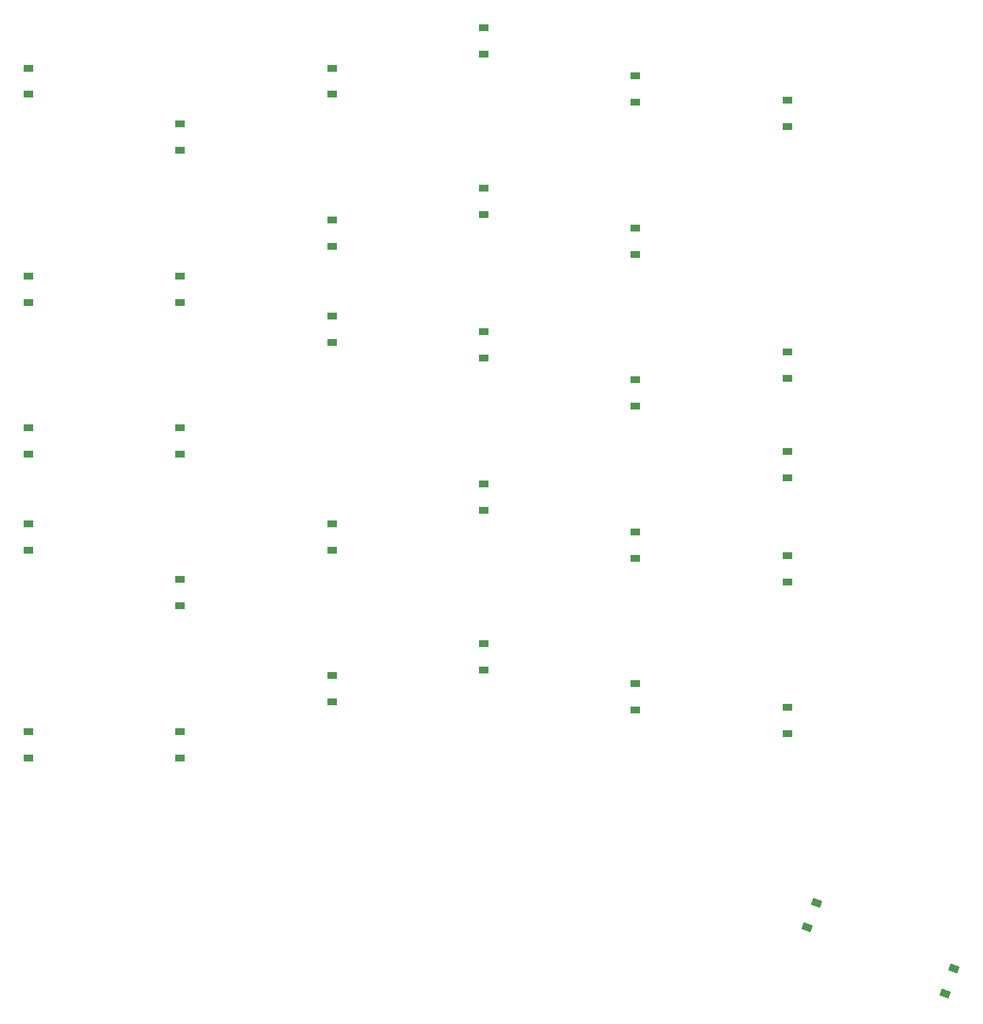
<source format=gtp>
%TF.GenerationSoftware,KiCad,Pcbnew,9.0.6*%
%TF.CreationDate,2025-11-12T16:56:55+01:00*%
%TF.ProjectId,left_finished,6c656674-5f66-4696-9e69-736865642e6b,1*%
%TF.SameCoordinates,Original*%
%TF.FileFunction,Paste,Top*%
%TF.FilePolarity,Positive*%
%FSLAX46Y46*%
G04 Gerber Fmt 4.6, Leading zero omitted, Abs format (unit mm)*
G04 Created by KiCad (PCBNEW 9.0.6) date 2025-11-12 16:56:55*
%MOMM*%
%LPD*%
G01*
G04 APERTURE LIST*
G04 Aperture macros list*
%AMRotRect*
0 Rectangle, with rotation*
0 The origin of the aperture is its center*
0 $1 length*
0 $2 width*
0 $3 Rotation angle, in degrees counterclockwise*
0 Add horizontal line*
21,1,$1,$2,0,0,$3*%
G04 Aperture macros list end*
%ADD10R,1.200000X0.900000*%
%ADD11RotRect,0.900000X1.200000X70.000000*%
G04 APERTURE END LIST*
D10*
%TO.C,D18*%
X242412050Y-145282250D03*
X242412050Y-141982250D03*
%TD*%
%TO.C,D1*%
X166412050Y-189282250D03*
X166412050Y-185982250D03*
%TD*%
%TO.C,D11*%
X204412050Y-125282250D03*
X204412050Y-121982250D03*
%TD*%
%TO.C,D24*%
X261412050Y-141782250D03*
X261412050Y-138482250D03*
%TD*%
%TO.C,D16*%
X242412050Y-183282250D03*
X242412050Y-179982250D03*
%TD*%
%TO.C,D25*%
X261412050Y-154282250D03*
X261412050Y-150982250D03*
%TD*%
%TO.C,D6*%
X185412050Y-151282250D03*
X185412050Y-147982250D03*
%TD*%
%TO.C,D14*%
X223412050Y-139282250D03*
X223412050Y-135982250D03*
%TD*%
%TO.C,D13*%
X223412050Y-158282250D03*
X223412050Y-154982250D03*
%TD*%
%TO.C,D3*%
X166412050Y-132282250D03*
X166412050Y-128982250D03*
%TD*%
%TO.C,D20*%
X242412050Y-107282250D03*
X242412050Y-103982250D03*
%TD*%
%TO.C,D28*%
X204412050Y-137282250D03*
X204412050Y-133982250D03*
%TD*%
%TO.C,D10*%
X204412050Y-163282250D03*
X204412050Y-159982250D03*
%TD*%
%TO.C,D8*%
X185412050Y-113282250D03*
X185412050Y-109982250D03*
%TD*%
D11*
%TO.C,D31*%
X263930249Y-210489424D03*
X265058915Y-207388438D03*
%TD*%
D10*
%TO.C,D23*%
X261412050Y-110282250D03*
X261412050Y-106982250D03*
%TD*%
%TO.C,D30*%
X223412050Y-121282250D03*
X223412050Y-117982250D03*
%TD*%
D11*
%TO.C,D32*%
X281134570Y-218773223D03*
X282263236Y-215672237D03*
%TD*%
D10*
%TO.C,D7*%
X185412050Y-132282250D03*
X185412050Y-128982250D03*
%TD*%
%TO.C,D21*%
X261412050Y-186282250D03*
X261412050Y-182982250D03*
%TD*%
%TO.C,D27*%
X166412050Y-106282250D03*
X166412050Y-102982250D03*
%TD*%
%TO.C,D17*%
X242412050Y-164282250D03*
X242412050Y-160982250D03*
%TD*%
%TO.C,D22*%
X261412050Y-167282250D03*
X261412050Y-163982250D03*
%TD*%
%TO.C,D9*%
X204412050Y-182282250D03*
X204412050Y-178982250D03*
%TD*%
%TO.C,D29*%
X223412050Y-178282250D03*
X223412050Y-174982250D03*
%TD*%
%TO.C,D12*%
X204412050Y-106282250D03*
X204412050Y-102982250D03*
%TD*%
%TO.C,D19*%
X242412050Y-126282250D03*
X242412050Y-122982250D03*
%TD*%
%TO.C,D5*%
X185412050Y-170282250D03*
X185412050Y-166982250D03*
%TD*%
%TO.C,D26*%
X166412050Y-163282250D03*
X166412050Y-159982250D03*
%TD*%
%TO.C,D2*%
X166412050Y-151282250D03*
X166412050Y-147982250D03*
%TD*%
%TO.C,D15*%
X223412050Y-101282250D03*
X223412050Y-97982250D03*
%TD*%
%TO.C,D4*%
X185412050Y-189282250D03*
X185412050Y-185982250D03*
%TD*%
M02*

</source>
